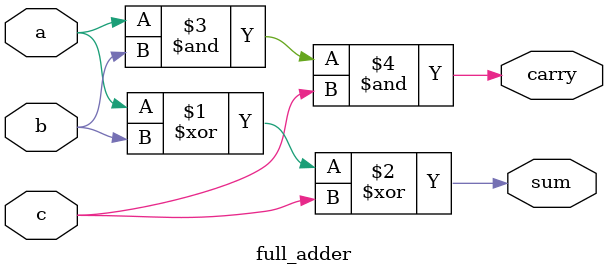
<source format=v>
`timescale 1ns / 1ps


module full_adder(a,b,c,sum,carry);
input a,b,c;
output sum,carry;

assign sum=a^b^c;
assign carry=a&b&c;

endmodule

</source>
